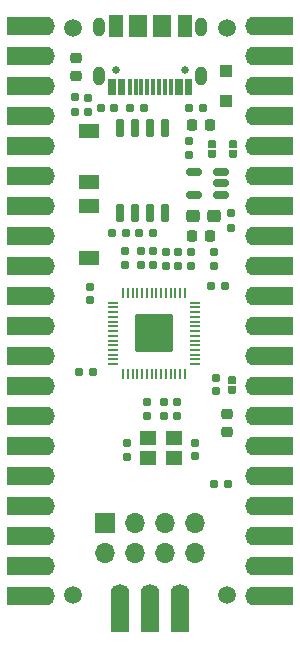
<source format=gbr>
%TF.GenerationSoftware,KiCad,Pcbnew,(6.0.9)*%
%TF.CreationDate,2023-01-07T18:48:54+05:30*%
%TF.ProjectId,Mitayi-Pico-RP2040,4d697461-7969-42d5-9069-636f2d525032,0.5*%
%TF.SameCoordinates,PX825e060PY6d4a840*%
%TF.FileFunction,Soldermask,Top*%
%TF.FilePolarity,Negative*%
%FSLAX46Y46*%
G04 Gerber Fmt 4.6, Leading zero omitted, Abs format (unit mm)*
G04 Created by KiCad (PCBNEW (6.0.9)) date 2023-01-07 18:48:54*
%MOMM*%
%LPD*%
G01*
G04 APERTURE LIST*
G04 Aperture macros list*
%AMRoundRect*
0 Rectangle with rounded corners*
0 $1 Rounding radius*
0 $2 $3 $4 $5 $6 $7 $8 $9 X,Y pos of 4 corners*
0 Add a 4 corners polygon primitive as box body*
4,1,4,$2,$3,$4,$5,$6,$7,$8,$9,$2,$3,0*
0 Add four circle primitives for the rounded corners*
1,1,$1+$1,$2,$3*
1,1,$1+$1,$4,$5*
1,1,$1+$1,$6,$7*
1,1,$1+$1,$8,$9*
0 Add four rect primitives between the rounded corners*
20,1,$1+$1,$2,$3,$4,$5,0*
20,1,$1+$1,$4,$5,$6,$7,0*
20,1,$1+$1,$6,$7,$8,$9,0*
20,1,$1+$1,$8,$9,$2,$3,0*%
%AMFreePoly0*
4,1,13,-0.340000,0.160000,-0.327821,0.221229,-0.293137,0.273137,-0.241229,0.307821,-0.180000,0.320000,0.340000,0.320000,0.340000,-0.320000,-0.180000,-0.320000,-0.241229,-0.307821,-0.293137,-0.273137,-0.327821,-0.221229,-0.340000,-0.160000,-0.340000,0.160000,-0.340000,0.160000,$1*%
%AMFreePoly1*
4,1,13,-0.340000,0.320000,0.180000,0.320000,0.241229,0.307821,0.293137,0.273137,0.327821,0.221229,0.340000,0.160000,0.340000,-0.160000,0.327821,-0.221229,0.293137,-0.273137,0.241229,-0.307821,0.180000,-0.320000,-0.340000,-0.320000,-0.340000,0.320000,-0.340000,0.320000,$1*%
G04 Aperture macros list end*
%ADD10R,1.500000X1.900000*%
%ADD11R,1.200000X1.900000*%
%ADD12FreePoly0,270.000000*%
%ADD13FreePoly1,270.000000*%
%ADD14RoundRect,0.218750X0.256250X-0.218750X0.256250X0.218750X-0.256250X0.218750X-0.256250X-0.218750X0*%
%ADD15RoundRect,0.155000X0.155000X-0.212500X0.155000X0.212500X-0.155000X0.212500X-0.155000X-0.212500X0*%
%ADD16RoundRect,0.225000X0.225000X0.250000X-0.225000X0.250000X-0.225000X-0.250000X0.225000X-0.250000X0*%
%ADD17RoundRect,0.155000X0.212500X0.155000X-0.212500X0.155000X-0.212500X-0.155000X0.212500X-0.155000X0*%
%ADD18RoundRect,0.160000X0.197500X0.160000X-0.197500X0.160000X-0.197500X-0.160000X0.197500X-0.160000X0*%
%ADD19C,1.500000*%
%ADD20RoundRect,0.160000X-0.160000X0.197500X-0.160000X-0.197500X0.160000X-0.197500X0.160000X0.197500X0*%
%ADD21RoundRect,0.155000X-0.212500X-0.155000X0.212500X-0.155000X0.212500X0.155000X-0.212500X0.155000X0*%
%ADD22RoundRect,0.144000X-1.456000X-1.456000X1.456000X-1.456000X1.456000X1.456000X-1.456000X1.456000X0*%
%ADD23RoundRect,0.050000X-0.050000X-0.387500X0.050000X-0.387500X0.050000X0.387500X-0.050000X0.387500X0*%
%ADD24RoundRect,0.050000X-0.387500X-0.050000X0.387500X-0.050000X0.387500X0.050000X-0.387500X0.050000X0*%
%ADD25RoundRect,0.155000X-0.155000X0.212500X-0.155000X-0.212500X0.155000X-0.212500X0.155000X0.212500X0*%
%ADD26RoundRect,0.150000X0.150000X-0.650000X0.150000X0.650000X-0.150000X0.650000X-0.150000X-0.650000X0*%
%ADD27O,1.600000X1.700000*%
%ADD28R,1.600000X3.200000*%
%ADD29FreePoly0,90.000000*%
%ADD30FreePoly1,90.000000*%
%ADD31RoundRect,0.225000X-0.225000X-0.250000X0.225000X-0.250000X0.225000X0.250000X-0.225000X0.250000X0*%
%ADD32RoundRect,0.500000X0.000000X0.300000X0.000000X0.300000X0.000000X-0.300000X0.000000X-0.300000X0*%
%ADD33R,0.300000X1.450000*%
%ADD34C,0.670000*%
%ADD35R,1.400000X1.200000*%
%ADD36RoundRect,0.160000X0.160000X-0.197500X0.160000X0.197500X-0.160000X0.197500X-0.160000X-0.197500X0*%
%ADD37R,1.000000X1.000000*%
%ADD38R,1.700000X1.150000*%
%ADD39R,3.200000X1.600000*%
%ADD40O,1.700000X1.600000*%
%ADD41RoundRect,0.250000X-0.312500X-0.275000X0.312500X-0.275000X0.312500X0.275000X-0.312500X0.275000X0*%
%ADD42RoundRect,0.160000X-0.197500X-0.160000X0.197500X-0.160000X0.197500X0.160000X-0.197500X0.160000X0*%
%ADD43RoundRect,0.150000X0.512500X0.150000X-0.512500X0.150000X-0.512500X-0.150000X0.512500X-0.150000X0*%
%ADD44O,1.700000X1.700000*%
%ADD45R,1.700000X1.700000*%
G04 APERTURE END LIST*
D10*
%TO.C,J6*%
X9510000Y49637500D03*
D11*
X7610000Y49637500D03*
X13410000Y49637500D03*
D10*
X11510000Y49637500D03*
%TD*%
D12*
%TO.C,JP5*%
X17400000Y19730000D03*
D13*
X17400000Y18850000D03*
%TD*%
D14*
%TO.C,D2*%
X17030000Y15262500D03*
X17030000Y16837500D03*
%TD*%
D15*
%TO.C,C17*%
X8510000Y13212500D03*
X8510000Y14347500D03*
%TD*%
%TO.C,C12*%
X5430000Y26442500D03*
X5430000Y27577500D03*
%TD*%
D16*
%TO.C,C13*%
X15585000Y41290000D03*
X14035000Y41290000D03*
%TD*%
D17*
%TO.C,C6*%
X5647500Y20400000D03*
X4512500Y20400000D03*
%TD*%
D15*
%TO.C,C11*%
X15905000Y29362500D03*
X15905000Y30497500D03*
%TD*%
%TO.C,C19*%
X5240000Y42422500D03*
X5240000Y43557500D03*
%TD*%
D18*
%TO.C,R2*%
X8447500Y32170000D03*
X7252500Y32170000D03*
%TD*%
%TO.C,R7*%
X17067500Y10860000D03*
X15872500Y10860000D03*
%TD*%
D19*
%TO.C,H3*%
X17000000Y1490000D03*
%TD*%
D20*
%TO.C,R10*%
X10220000Y17817500D03*
X10220000Y16622500D03*
%TD*%
D21*
%TO.C,C10*%
X15662500Y27630000D03*
X16797500Y27630000D03*
%TD*%
D22*
%TO.C,U3*%
X10820000Y23630000D03*
D23*
X8220000Y27067500D03*
X8620000Y27067500D03*
X9020000Y27067500D03*
X9420000Y27067500D03*
X9820000Y27067500D03*
X10220000Y27067500D03*
X10620000Y27067500D03*
X11020000Y27067500D03*
X11420000Y27067500D03*
X11820000Y27067500D03*
X12220000Y27067500D03*
X12620000Y27067500D03*
X13020000Y27067500D03*
X13420000Y27067500D03*
D24*
X14257500Y26230000D03*
X14257500Y25830000D03*
X14257500Y25430000D03*
X14257500Y25030000D03*
X14257500Y24630000D03*
X14257500Y24230000D03*
X14257500Y23830000D03*
X14257500Y23430000D03*
X14257500Y23030000D03*
X14257500Y22630000D03*
X14257500Y22230000D03*
X14257500Y21830000D03*
X14257500Y21430000D03*
X14257500Y21030000D03*
D23*
X13420000Y20192500D03*
X13020000Y20192500D03*
X12620000Y20192500D03*
X12220000Y20192500D03*
X11820000Y20192500D03*
X11420000Y20192500D03*
X11020000Y20192500D03*
X10620000Y20192500D03*
X10220000Y20192500D03*
X9820000Y20192500D03*
X9420000Y20192500D03*
X9020000Y20192500D03*
X8620000Y20192500D03*
X8220000Y20192500D03*
D24*
X7382500Y21030000D03*
X7382500Y21430000D03*
X7382500Y21830000D03*
X7382500Y22230000D03*
X7382500Y22630000D03*
X7382500Y23030000D03*
X7382500Y23430000D03*
X7382500Y23830000D03*
X7382500Y24230000D03*
X7382500Y24630000D03*
X7382500Y25030000D03*
X7382500Y25430000D03*
X7382500Y25830000D03*
X7382500Y26230000D03*
%TD*%
D20*
%TO.C,R5*%
X11825000Y30547500D03*
X11825000Y29352500D03*
%TD*%
D25*
%TO.C,C2*%
X12750000Y17797500D03*
X12750000Y16662500D03*
%TD*%
D26*
%TO.C,U1*%
X7955000Y33850000D03*
X9225000Y33850000D03*
X10495000Y33850000D03*
X11765000Y33850000D03*
X11765000Y41050000D03*
X10495000Y41050000D03*
X9225000Y41050000D03*
X7955000Y41050000D03*
%TD*%
D15*
%TO.C,C5*%
X10720000Y29457500D03*
X10720000Y30592500D03*
%TD*%
D18*
%TO.C,R1*%
X10777500Y32170000D03*
X9582500Y32170000D03*
%TD*%
D15*
%TO.C,C4*%
X13930000Y29372500D03*
X13930000Y30507500D03*
%TD*%
D21*
%TO.C,C1*%
X6342500Y42700000D03*
X7477500Y42700000D03*
%TD*%
D27*
%TO.C,J5*%
X7950000Y1600000D03*
D28*
X7950000Y-10000D03*
D27*
X10490000Y1600000D03*
D28*
X10490000Y-10000D03*
D27*
X13030000Y1600000D03*
D28*
X13030000Y-10000D03*
%TD*%
D29*
%TO.C,JP1*%
X17500000Y38810000D03*
D30*
X17500000Y39690000D03*
%TD*%
D20*
%TO.C,R9*%
X17300000Y33787500D03*
X17300000Y32592500D03*
%TD*%
D15*
%TO.C,C9*%
X11630000Y16652500D03*
X11630000Y17787500D03*
%TD*%
D25*
%TO.C,C8*%
X16100000Y19877500D03*
X16100000Y18742500D03*
%TD*%
D31*
%TO.C,C15*%
X14015000Y31920000D03*
X15565000Y31920000D03*
%TD*%
D19*
%TO.C,H2*%
X4000000Y1490000D03*
%TD*%
D32*
%TO.C,J2*%
X6190000Y49570000D03*
X14830000Y49570000D03*
X6190000Y45390000D03*
X14830000Y45390000D03*
D33*
X13610000Y44470000D03*
X12810000Y44470000D03*
X12260000Y44470000D03*
X11260000Y44470000D03*
X9760000Y44470000D03*
X8760000Y44470000D03*
X8210000Y44470000D03*
X7410000Y44470000D03*
X7110000Y44470000D03*
X7910000Y44470000D03*
X9260000Y44470000D03*
X10260000Y44470000D03*
X10760000Y44470000D03*
X11760000Y44470000D03*
X13110000Y44470000D03*
X13910000Y44470000D03*
D34*
X13410000Y45920000D03*
X7610000Y45920000D03*
%TD*%
D15*
%TO.C,C16*%
X13760000Y38752500D03*
X13760000Y39887500D03*
%TD*%
D12*
%TO.C,JP4*%
X15750000Y39690000D03*
D13*
X15750000Y38810000D03*
%TD*%
D18*
%TO.C,R4*%
X9947500Y42700000D03*
X8752500Y42700000D03*
%TD*%
D35*
%TO.C,Y1*%
X10330000Y13100000D03*
X12530000Y13100000D03*
X12530000Y14800000D03*
X10330000Y14800000D03*
%TD*%
D36*
%TO.C,R8*%
X4170000Y42422500D03*
X4170000Y43617500D03*
%TD*%
D37*
%TO.C,D1*%
X16900000Y43350000D03*
X16900000Y45850000D03*
%TD*%
D14*
%TO.C,D3*%
X4200000Y45412500D03*
X4200000Y46987500D03*
%TD*%
D19*
%TO.C,H4*%
X17000000Y49490000D03*
%TD*%
%TO.C,H1*%
X4000000Y49490000D03*
%TD*%
D38*
%TO.C,SW1*%
X5300000Y40775000D03*
X5300000Y36425000D03*
%TD*%
D25*
%TO.C,C18*%
X14330000Y14377500D03*
X14330000Y13242500D03*
%TD*%
D15*
%TO.C,C7*%
X9720000Y29462500D03*
X9720000Y30597500D03*
%TD*%
D20*
%TO.C,R6*%
X12825000Y30547500D03*
X12825000Y29352500D03*
%TD*%
D39*
%TO.C,J3*%
X-10000Y49700000D03*
D40*
X1600000Y49700000D03*
D39*
X-10000Y47160000D03*
D40*
X1600000Y47160000D03*
D39*
X-10000Y44620000D03*
D40*
X1600000Y44620000D03*
D39*
X-10000Y42080000D03*
D40*
X1600000Y42080000D03*
X1600000Y39540000D03*
D39*
X-10000Y39540000D03*
D40*
X1600000Y37000000D03*
D39*
X-10000Y37000000D03*
X-10000Y34460000D03*
D40*
X1600000Y34460000D03*
D39*
X-10000Y31920000D03*
D40*
X1600000Y31920000D03*
X1600000Y29380000D03*
D39*
X-10000Y29380000D03*
X-10000Y26840000D03*
D40*
X1600000Y26840000D03*
D39*
X-10000Y24300000D03*
D40*
X1600000Y24300000D03*
D39*
X-10000Y21760000D03*
D40*
X1600000Y21760000D03*
D39*
X-10000Y19220000D03*
D40*
X1600000Y19220000D03*
D39*
X-10000Y16680000D03*
D40*
X1600000Y16680000D03*
D39*
X-10000Y14140000D03*
D40*
X1600000Y14140000D03*
D39*
X-10000Y11600000D03*
D40*
X1600000Y11600000D03*
X1600000Y9060000D03*
D39*
X-10000Y9060000D03*
X-10000Y6520000D03*
D40*
X1600000Y6520000D03*
D39*
X-10000Y3980000D03*
D40*
X1600000Y3980000D03*
D39*
X-10000Y1440000D03*
D40*
X1600000Y1440000D03*
%TD*%
D41*
%TO.C,C14*%
X14147500Y33600000D03*
X15922500Y33600000D03*
%TD*%
D42*
%TO.C,R3*%
X13802500Y42700000D03*
X14997500Y42700000D03*
%TD*%
D43*
%TO.C,U2*%
X16487500Y35380000D03*
X16487500Y36330000D03*
X16487500Y37280000D03*
X14212500Y37280000D03*
X14212500Y35380000D03*
%TD*%
D20*
%TO.C,R11*%
X8330000Y30627500D03*
X8330000Y29432500D03*
%TD*%
D38*
%TO.C,SW2*%
X5285000Y30060000D03*
X5285000Y34410000D03*
%TD*%
D44*
%TO.C,J1*%
X14295000Y5060000D03*
X14295000Y7600000D03*
X11755000Y5060000D03*
X11755000Y7600000D03*
X9215000Y5060000D03*
X9215000Y7600000D03*
X6675000Y5060000D03*
D45*
X6675000Y7600000D03*
%TD*%
D39*
%TO.C,J4*%
X21010000Y49700000D03*
D40*
X19400000Y49700000D03*
D39*
X21010000Y47160000D03*
D40*
X19400000Y47160000D03*
D39*
X21010000Y44620000D03*
D40*
X19400000Y44620000D03*
X19400000Y42080000D03*
D39*
X21010000Y42080000D03*
D40*
X19400000Y39540000D03*
D39*
X21010000Y39540000D03*
X21010000Y37000000D03*
D40*
X19400000Y37000000D03*
D39*
X21010000Y34460000D03*
D40*
X19400000Y34460000D03*
X19400000Y31920000D03*
D39*
X21010000Y31920000D03*
X21010000Y29380000D03*
D40*
X19400000Y29380000D03*
D39*
X21010000Y26840000D03*
D40*
X19400000Y26840000D03*
D39*
X21010000Y24300000D03*
D40*
X19400000Y24300000D03*
D39*
X21010000Y21760000D03*
D40*
X19400000Y21760000D03*
X19400000Y19220000D03*
D39*
X21010000Y19220000D03*
D40*
X19400000Y16680000D03*
D39*
X21010000Y16680000D03*
X21010000Y14140000D03*
D40*
X19400000Y14140000D03*
X19400000Y11600000D03*
D39*
X21010000Y11600000D03*
X21010000Y9060000D03*
D40*
X19400000Y9060000D03*
X19400000Y6520000D03*
D39*
X21010000Y6520000D03*
X21010000Y3980000D03*
D40*
X19400000Y3980000D03*
D39*
X21010000Y1440000D03*
D40*
X19400000Y1440000D03*
%TD*%
M02*

</source>
